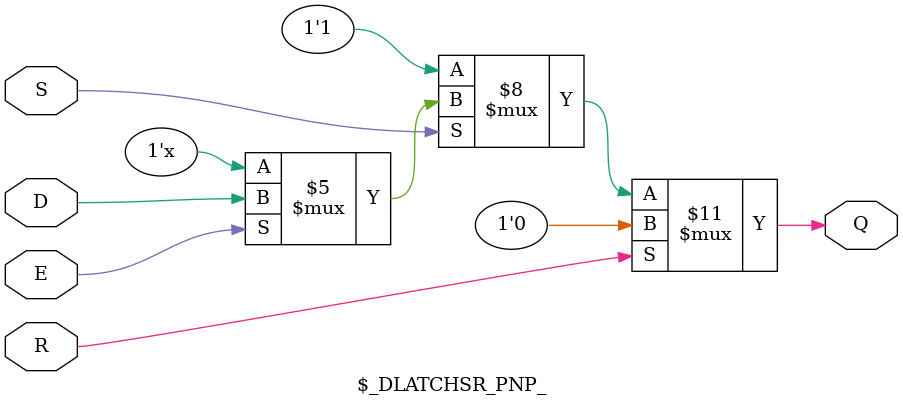
<source format=v>

module \$_DLATCHSR_PNP_ (E, S, R, D, Q);
input E, S, R, D;
output reg Q;
always @* begin
	if (R == 1)
		Q <= 0;
	else if (S == 0)
		Q <= 1;
	else if (E == 1)
		Q <= D;
end
endmodule

</source>
